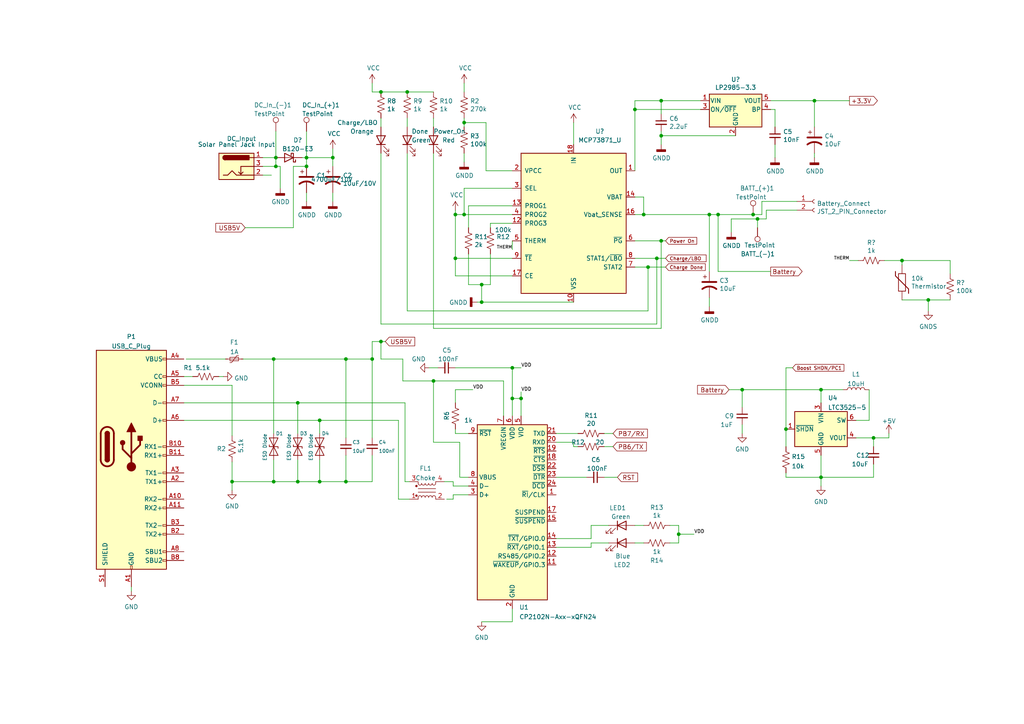
<source format=kicad_sch>
(kicad_sch (version 20210621) (generator eeschema)
  (paper "A4")
  (title_block (company "University of Central Florida") (comment 1 "Randy Alvarez") (comment 2 "Parke Benjamin"))
  (lib_symbols
    (symbol "Battery_Management:MCP73871" (pin_names (offset 1.016))
      (property "Reference" "U" (at -7.62 24.13 0))
      (property "Value" "MCP73871" (at -15.24 21.59 0))
      (symbol "MCP73871_0_1"
        (rectangle (start -15.24 20.32) (end 15.24 -20.32) (stroke (width 0.254)) (fill (type background)))
      )
      (symbol "MCP73871_1_1"
        (pin power_out line (at 17.78 15.24 180) (length 2.54) (name "OUT") (number "1"))
        (pin power_in line (at 0 -22.86 90) (length 2.54) (name "VSS") (number "10"))
        (pin passive line (at 0 -22.86 90) (length 2.54) hide (name "VSS") (number "11"))
        (pin bidirectional line (at -17.78 0 0) (length 2.54) (name "PROG3") (number "12"))
        (pin bidirectional line (at -17.78 5.08 0) (length 2.54) (name "PROG1") (number "13"))
        (pin power_out line (at 17.78 7.62 180) (length 2.54) (name "VBAT") (number "14"))
        (pin passive line (at 17.78 7.62 180) (length 2.54) hide (name "VBAT") (number "15"))
        (pin input line (at 17.78 2.54 180) (length 2.54) (name "Vbat_SENSE") (number "16"))
        (pin input line (at -17.78 -15.24 0) (length 2.54) (name "CE") (number "17"))
        (pin power_in line (at 0 22.86 270) (length 2.54) (name "IN") (number "18"))
        (pin passive line (at 0 22.86 270) (length 2.54) hide (name "IN") (number "19"))
        (pin input line (at -17.78 15.24 0) (length 2.54) (name "VPCC") (number "2"))
        (pin passive line (at 17.78 15.24 180) (length 2.54) hide (name "OUT") (number "20"))
        (pin passive line (at 0 -22.86 90) (length 2.54) hide (name "VSS") (number "21"))
        (pin input line (at -17.78 10.16 0) (length 2.54) (name "SEL") (number "3"))
        (pin input line (at -17.78 2.54 0) (length 2.54) (name "PROG2") (number "4"))
        (pin bidirectional line (at -17.78 -5.08 0) (length 2.54) (name "THERM") (number "5"))
        (pin open_collector line (at 17.78 -5.08 180) (length 2.54) (name "~{PG}") (number "6"))
        (pin open_collector line (at 17.78 -12.7 180) (length 2.54) (name "STAT2") (number "7"))
        (pin open_collector line (at 17.78 -10.16 180) (length 2.54) (name "STAT1/~{LBO}") (number "8"))
        (pin input line (at -17.78 -10.16 0) (length 2.54) (name "~{TE}") (number "9"))
      )
    )
    (symbol "Connector:Barrel_Jack_Switch" (pin_names hide)
      (property "Reference" "J" (at 0 5.334 0))
      (property "Value" "Barrel_Jack_Switch" (at 0 -5.08 0))
      (symbol "Barrel_Jack_Switch_0_1"
        (rectangle (start -5.08 3.81) (end 5.08 -3.81) (stroke (width 0.254)) (fill (type background)))
        (arc (start -3.302 3.175) (mid -3.937 2.54) (end -3.302 1.905) (stroke (width 0.254)))
        (arc (start -3.302 3.175) (mid -3.937 2.54) (end -3.302 1.905) (stroke (width 0.254)) (fill (type outline)))
        (polyline (pts (xy 1.27 -2.286) (xy 1.905 -1.651)) (stroke (width 0.254)))
        (polyline (pts (xy 5.08 2.54) (xy 3.81 2.54)) (stroke (width 0.254)))
        (polyline (pts (xy 5.08 0) (xy 1.27 0) (xy 1.27 -2.286) (xy 0.635 -1.651)) (stroke (width 0.254)))
        (polyline (pts (xy -3.81 -2.54) (xy -2.54 -2.54) (xy -1.27 -1.27) (xy 0 -2.54) (xy 2.54 -2.54) (xy 5.08 -2.54)) (stroke (width 0.254)))
        (rectangle (start 3.683 3.175) (end -3.302 1.905) (stroke (width 0.254)) (fill (type outline)))
      )
      (symbol "Barrel_Jack_Switch_1_1"
        (pin passive line (at 7.62 2.54 180) (length 2.54) (name "~") (number "1"))
        (pin passive line (at 7.62 -2.54 180) (length 2.54) (name "~") (number "2"))
        (pin passive line (at 7.62 0 180) (length 2.54) (name "~") (number "3"))
      )
    )
    (symbol "Connector:Conn_01x02_Female" (pin_names (offset 1.016) hide)
      (property "Reference" "J" (at 0 2.54 0))
      (property "Value" "Conn_01x02_Female" (at 0 -5.08 0))
      (symbol "Conn_01x02_Female_1_1"
        (arc (start 0 -2.032) (mid -0.508 -2.54) (end 0 -3.048) (stroke (width 0.1524)))
        (polyline (pts (xy -1.27 -2.54) (xy -0.508 -2.54)) (stroke (width 0.1524)))
        (polyline (pts (xy -1.27 0) (xy -0.508 0)) (stroke (width 0.1524)))
        (arc (start 0 0.508) (mid -0.508 0) (end 0 -0.508) (stroke (width 0.1524)))
        (pin passive line (at -5.08 0 0) (length 3.81) (name "Pin_1") (number "1"))
        (pin passive line (at -5.08 -2.54 0) (length 3.81) (name "Pin_2") (number "2"))
      )
    )
    (symbol "Connector:TestPoint" (pin_numbers hide) (pin_names (offset 0.762) hide)
      (property "Reference" "TP" (at 0 6.858 0))
      (property "Value" "TestPoint" (at 0 5.08 0))
      (symbol "TestPoint_0_1"
        (circle (center 0 3.302) (radius 0.762))
      )
      (symbol "TestPoint_1_1"
        (pin passive line (at 0 0 90) (length 2.54) (name "1") (number "1"))
      )
    )
    (symbol "Connector:USB_C_Plug" (pin_names (offset 1.016))
      (property "Reference" "P" (at -10.16 29.21 0))
      (property "Value" "USB_C_Plug" (at 10.16 29.21 0))
      (symbol "USB_C_Plug_0_0"
        (rectangle (start -0.254 -35.56) (end 0.254 -34.544))
        (rectangle (start 10.16 -32.766) (end 9.144 -33.274))
        (rectangle (start 10.16 -30.226) (end 9.144 -30.734))
        (rectangle (start 10.16 -25.146) (end 9.144 -25.654))
        (rectangle (start 10.16 -22.606) (end 9.144 -23.114))
        (rectangle (start 10.16 -17.526) (end 9.144 -18.034))
        (rectangle (start 10.16 -14.986) (end 9.144 -15.494))
        (rectangle (start 10.16 -9.906) (end 9.144 -10.414))
        (rectangle (start 10.16 -7.366) (end 9.144 -7.874))
        (rectangle (start 10.16 -2.286) (end 9.144 -2.794))
        (rectangle (start 10.16 0.254) (end 9.144 -0.254))
        (rectangle (start 10.16 7.874) (end 9.144 7.366))
        (rectangle (start 10.16 12.954) (end 9.144 12.446))
        (rectangle (start 10.16 18.034) (end 9.144 17.526))
        (rectangle (start 10.16 20.574) (end 9.144 20.066))
        (rectangle (start 10.16 25.654) (end 9.144 25.146))
      )
      (symbol "USB_C_Plug_0_1"
        (rectangle (start -10.16 27.94) (end 10.16 -35.56) (stroke (width 0.254)) (fill (type background)))
        (arc (start -8.89 -3.81) (mid -6.985 -5.715) (end -5.08 -3.81) (stroke (width 0.508)))
        (arc (start -7.62 -3.81) (mid -6.985 -4.445) (end -6.35 -3.81) (stroke (width 0.254)))
        (arc (start -7.62 -3.81) (mid -6.985 -4.445) (end -6.35 -3.81) (stroke (width 0.254)) (fill (type outline)))
        (rectangle (start -7.62 -3.81) (end -6.35 3.81) (stroke (width 0.254)) (fill (type outline)))
        (arc (start -6.35 3.81) (mid -6.985 4.445) (end -7.62 3.81) (stroke (width 0.254)))
        (arc (start -6.35 3.81) (mid -6.985 4.445) (end -7.62 3.81) (stroke (width 0.254)) (fill (type outline)))
        (arc (start -5.08 3.81) (mid -6.985 5.715) (end -8.89 3.81) (stroke (width 0.508)))
        (polyline (pts (xy -8.89 -3.81) (xy -8.89 3.81)) (stroke (width 0.508)))
        (polyline (pts (xy -5.08 3.81) (xy -5.08 -3.81)) (stroke (width 0.508)))
      )
      (symbol "USB_C_Plug_1_1"
        (circle (center -2.54 1.143) (radius 0.635) (stroke (width 0.254)) (fill (type outline)))
        (circle (center 0 -5.842) (radius 1.27) (fill (type outline)))
        (polyline (pts (xy 0 -5.842) (xy 0 4.318)) (stroke (width 0.508)))
        (polyline (pts (xy 0 -3.302) (xy -2.54 -0.762) (xy -2.54 0.508)) (stroke (width 0.508)))
        (polyline (pts (xy 0 -2.032) (xy 2.54 0.508) (xy 2.54 1.778)) (stroke (width 0.508)))
        (polyline (pts (xy -1.27 4.318) (xy 0 6.858) (xy 1.27 4.318) (xy -1.27 4.318)) (stroke (width 0.254)) (fill (type outline)))
        (rectangle (start 1.905 1.778) (end 3.175 3.048) (stroke (width 0.254)) (fill (type outline)))
        (pin passive line (at 0 -40.64 90) (length 5.08) (name "GND") (number "A1"))
        (pin bidirectional line (at 15.24 -15.24 180) (length 5.08) (name "RX2-") (number "A10"))
        (pin bidirectional line (at 15.24 -17.78 180) (length 5.08) (name "RX2+") (number "A11"))
        (pin passive line (at 0 -40.64 90) (length 5.08) hide (name "GND") (number "A12"))
        (pin bidirectional line (at 15.24 -10.16 180) (length 5.08) (name "TX1+") (number "A2"))
        (pin bidirectional line (at 15.24 -7.62 180) (length 5.08) (name "TX1-") (number "A3"))
        (pin passive line (at 15.24 25.4 180) (length 5.08) (name "VBUS") (number "A4"))
        (pin bidirectional line (at 15.24 20.32 180) (length 5.08) (name "CC") (number "A5"))
        (pin bidirectional line (at 15.24 7.62 180) (length 5.08) (name "D+") (number "A6"))
        (pin bidirectional line (at 15.24 12.7 180) (length 5.08) (name "D-") (number "A7"))
        (pin bidirectional line (at 15.24 -30.48 180) (length 5.08) (name "SBU1") (number "A8"))
        (pin passive line (at 15.24 25.4 180) (length 5.08) hide (name "VBUS") (number "A9"))
        (pin passive line (at 0 -40.64 90) (length 5.08) hide (name "GND") (number "B1"))
        (pin bidirectional line (at 15.24 0 180) (length 5.08) (name "RX1-") (number "B10"))
        (pin bidirectional line (at 15.24 -2.54 180) (length 5.08) (name "RX1+") (number "B11"))
        (pin passive line (at 0 -40.64 90) (length 5.08) hide (name "GND") (number "B12"))
        (pin bidirectional line (at 15.24 -25.4 180) (length 5.08) (name "TX2+") (number "B2"))
        (pin bidirectional line (at 15.24 -22.86 180) (length 5.08) (name "TX2-") (number "B3"))
        (pin passive line (at 15.24 25.4 180) (length 5.08) hide (name "VBUS") (number "B4"))
        (pin bidirectional line (at 15.24 17.78 180) (length 5.08) (name "VCONN") (number "B5"))
        (pin bidirectional line (at 15.24 -33.02 180) (length 5.08) (name "SBU2") (number "B8"))
        (pin passive line (at 15.24 25.4 180) (length 5.08) hide (name "VBUS") (number "B9"))
        (pin passive line (at -7.62 -40.64 90) (length 5.08) (name "SHIELD") (number "S1"))
      )
    )
    (symbol "Device:CP1" (pin_numbers hide) (pin_names (offset 0.254) hide)
      (property "Reference" "C" (at 0.635 2.54 0))
      (property "Value" "CP1" (at 0.635 -2.54 0))
      (symbol "CP1_0_1"
        (polyline (pts (xy -2.032 0.762) (xy 2.032 0.762)) (stroke (width 0.508)))
        (polyline (pts (xy -1.778 2.286) (xy -0.762 2.286)))
        (polyline (pts (xy -1.27 1.778) (xy -1.27 2.794)))
        (arc (start 2.032 -1.27) (mid 0 -0.5572) (end -2.032 -1.27) (stroke (width 0.508)))
      )
      (symbol "CP1_1_1"
        (pin passive line (at 0 3.81 270) (length 2.794) (name "~") (number "1"))
        (pin passive line (at 0 -3.81 90) (length 3.302) (name "~") (number "2"))
      )
    )
    (symbol "Device:C_Small" (pin_numbers hide) (pin_names (offset 0.254) hide)
      (property "Reference" "C" (at 0.254 1.778 0))
      (property "Value" "C_Small" (at 0.254 -2.032 0))
      (symbol "C_Small_0_1"
        (polyline (pts (xy -1.524 -0.508) (xy 1.524 -0.508)) (stroke (width 0.3302)))
        (polyline (pts (xy -1.524 0.508) (xy 1.524 0.508)) (stroke (width 0.3048)))
      )
      (symbol "C_Small_1_1"
        (pin passive line (at 0 2.54 270) (length 2.032) (name "~") (number "1"))
        (pin passive line (at 0 -2.54 90) (length 2.032) (name "~") (number "2"))
      )
    )
    (symbol "Device:Filter_EMI_CommonMode" (pin_names (offset 0.254) hide)
      (property "Reference" "FL" (at 0 4.445 0))
      (property "Value" "Filter_EMI_CommonMode" (at 0 -4.445 0))
      (symbol "Filter_EMI_CommonMode_0_1"
        (circle (center -3.048 -1.27) (radius 0.254) (fill (type outline)))
        (circle (center -3.048 1.524) (radius 0.254) (fill (type outline)))
        (arc (start -2.54 2.032) (mid -2.032 1.524) (end -1.524 2.032))
        (arc (start -1.524 -2.032) (mid -2.032 -1.524) (end -2.54 -2.032))
        (arc (start -1.524 2.032) (mid -1.016 1.524) (end -0.508 2.032))
        (arc (start -0.508 -2.032) (mid -1.016 -1.524) (end -1.524 -2.032))
        (arc (start -0.508 2.032) (mid 0 1.524) (end 0.508 2.032))
        (polyline (pts (xy -2.54 -2.032) (xy -2.54 -2.54)))
        (polyline (pts (xy -2.54 0.508) (xy 2.54 0.508)))
        (polyline (pts (xy -2.54 2.032) (xy -2.54 2.54)))
        (polyline (pts (xy 2.54 -2.032) (xy 2.54 -2.54)))
        (polyline (pts (xy 2.54 -0.508) (xy -2.54 -0.508)))
        (polyline (pts (xy 2.54 2.54) (xy 2.54 2.032)))
        (arc (start 0.508 -2.032) (mid 0 -1.524) (end -0.508 -2.032))
        (arc (start 0.508 2.032) (mid 1.016 1.524) (end 1.524 2.032))
        (arc (start 1.524 -2.032) (mid 1.016 -1.524) (end 0.508 -2.032))
        (arc (start 1.524 2.032) (mid 2.032 1.524) (end 2.54 2.032))
        (arc (start 2.54 -2.032) (mid 2.032 -1.524) (end 1.524 -2.032))
      )
      (symbol "Filter_EMI_CommonMode_1_1"
        (pin passive line (at -5.08 2.54 0) (length 2.54) (name "1") (number "1"))
        (pin passive line (at 5.08 2.54 180) (length 2.54) (name "2") (number "2"))
        (pin passive line (at -5.08 -2.54 0) (length 2.54) (name "3") (number "3"))
        (pin passive line (at 5.08 -2.54 180) (length 2.54) (name "4") (number "4"))
      )
    )
    (symbol "Device:L" (pin_numbers hide) (pin_names (offset 1.016) hide)
      (property "Reference" "L" (at -1.27 0 90))
      (property "Value" "L" (at 1.905 0 90))
      (symbol "L_0_1"
        (arc (start 0 -2.54) (mid 0.635 -1.905) (end 0 -1.27))
        (arc (start 0 -1.27) (mid 0.635 -0.635) (end 0 0))
        (arc (start 0 0) (mid 0.635 0.635) (end 0 1.27))
        (arc (start 0 1.27) (mid 0.635 1.905) (end 0 2.54))
      )
      (symbol "L_1_1"
        (pin passive line (at 0 3.81 270) (length 1.27) (name "1") (number "1"))
        (pin passive line (at 0 -3.81 90) (length 1.27) (name "2") (number "2"))
      )
    )
    (symbol "Device:LED" (pin_numbers hide) (pin_names (offset 1.016) hide)
      (property "Reference" "D" (at 0 2.54 0))
      (property "Value" "LED" (at 0 -2.54 0))
      (symbol "LED_0_1"
        (polyline (pts (xy -1.27 -1.27) (xy -1.27 1.27)) (stroke (width 0.254)))
        (polyline (pts (xy -1.27 0) (xy 1.27 0)))
        (polyline (pts (xy 1.27 -1.27) (xy 1.27 1.27) (xy -1.27 0) (xy 1.27 -1.27)) (stroke (width 0.254)))
        (polyline (pts (xy -3.048 -0.762) (xy -4.572 -2.286) (xy -3.81 -2.286) (xy -4.572 -2.286) (xy -4.572 -1.524)))
        (polyline (pts (xy -1.778 -0.762) (xy -3.302 -2.286) (xy -2.54 -2.286) (xy -3.302 -2.286) (xy -3.302 -1.524)))
      )
      (symbol "LED_1_1"
        (pin passive line (at -3.81 0 0) (length 2.54) (name "K") (number "1"))
        (pin passive line (at 3.81 0 180) (length 2.54) (name "A") (number "2"))
      )
    )
    (symbol "Device:Polyfuse_Small" (pin_numbers hide) (pin_names (offset 0))
      (property "Reference" "F" (at -1.905 0 90))
      (property "Value" "Polyfuse_Small" (at 1.905 0 90))
      (symbol "Polyfuse_Small_0_1"
        (rectangle (start -0.508 1.27) (end 0.508 -1.27))
        (polyline (pts (xy 0 2.54) (xy 0 -2.54)))
        (polyline (pts (xy -1.016 1.27) (xy -1.016 0.762) (xy 1.016 -0.762) (xy 1.016 -1.27)))
      )
      (symbol "Polyfuse_Small_1_1"
        (pin passive line (at 0 2.54 270) (length 0.635) (name "~") (number "1"))
        (pin passive line (at 0 -2.54 90) (length 0.635) (name "~") (number "2"))
      )
    )
    (symbol "Device:R_US" (pin_numbers hide) (pin_names (offset 0))
      (property "Reference" "R" (at 2.54 0 90))
      (property "Value" "R_US" (at -2.54 0 90))
      (symbol "R_US_0_1"
        (polyline (pts (xy 0 -2.286) (xy 0 -2.54)))
        (polyline (pts (xy 0 2.286) (xy 0 2.54)))
        (polyline (pts (xy 0 -0.762) (xy 1.016 -1.143) (xy 0 -1.524) (xy -1.016 -1.905) (xy 0 -2.286)))
        (polyline (pts (xy 0 0.762) (xy 1.016 0.381) (xy 0 0) (xy -1.016 -0.381) (xy 0 -0.762)))
        (polyline (pts (xy 0 2.286) (xy 1.016 1.905) (xy 0 1.524) (xy -1.016 1.143) (xy 0 0.762)))
      )
      (symbol "R_US_1_1"
        (pin passive line (at 0 3.81 270) (length 1.27) (name "~") (number "1"))
        (pin passive line (at 0 -3.81 90) (length 1.27) (name "~") (number "2"))
      )
    )
    (symbol "Device:Thermistor" (pin_numbers hide) (pin_names (offset 0))
      (property "Reference" "TH" (at 2.54 1.27 90))
      (property "Value" "Thermistor" (at -2.54 0 90))
      (symbol "Thermistor_0_1"
        (rectangle (start -1.016 2.54) (end 1.016 -2.54) (stroke (width 0.2032)))
        (polyline (pts (xy -1.905 3.175) (xy -1.905 1.905) (xy 1.905 -1.905) (xy 1.905 -3.175) (xy 1.905 -3.175)) (stroke (width 0.254)))
      )
      (symbol "Thermistor_1_1"
        (pin passive line (at 0 5.08 270) (length 2.54) (name "~") (number "1"))
        (pin passive line (at 0 -5.08 90) (length 2.54) (name "~") (number "2"))
      )
    )
    (symbol "Diode:B120-E3" (pin_numbers hide) (pin_names hide)
      (property "Reference" "D" (at 0 2.54 0))
      (property "Value" "B120-E3" (at 0 -2.54 0))
      (symbol "B120-E3_0_1"
        (polyline (pts (xy 1.27 0) (xy -1.27 0)))
        (polyline (pts (xy 1.27 1.27) (xy 1.27 -1.27) (xy -1.27 0) (xy 1.27 1.27)) (stroke (width 0.254)))
        (polyline (pts (xy -1.905 0.635) (xy -1.905 1.27) (xy -1.27 1.27) (xy -1.27 -1.27) (xy -0.635 -1.27) (xy -0.635 -0.635)) (stroke (width 0.254)))
      )
      (symbol "B120-E3_1_1"
        (pin passive line (at -3.81 0 0) (length 2.54) (name "K") (number "1"))
        (pin passive line (at 3.81 0 180) (length 2.54) (name "A") (number "2"))
      )
    )
    (symbol "Diode:ESD9B3.3ST5G" (pin_numbers hide) (pin_names (offset 1.016) hide)
      (property "Reference" "D" (at 0 2.54 0))
      (property "Value" "ESD9B3.3ST5G" (at 0 -2.54 0))
      (symbol "ESD9B3.3ST5G_0_1"
        (polyline (pts (xy 1.27 0) (xy -1.27 0)))
        (polyline (pts (xy -2.54 -1.27) (xy 0 0) (xy -2.54 1.27) (xy -2.54 -1.27)) (stroke (width 0.2032)))
        (polyline (pts (xy 0.508 1.27) (xy 0 1.27) (xy 0 -1.27) (xy -0.508 -1.27)) (stroke (width 0.2032)))
        (polyline (pts (xy 2.54 1.27) (xy 2.54 -1.27) (xy 0 0) (xy 2.54 1.27)) (stroke (width 0.2032)))
      )
      (symbol "ESD9B3.3ST5G_1_1"
        (pin passive line (at -3.81 0 0) (length 2.54) (name "A1") (number "1"))
        (pin passive line (at 3.81 0 180) (length 2.54) (name "A2") (number "2"))
      )
    )
    (symbol "Interface_USB:CP2102N-Axx-xQFN24"
      (property "Reference" "U" (at -8.89 26.67 0))
      (property "Value" "CP2102N-Axx-xQFN24" (at 13.97 26.67 0))
      (symbol "CP2102N-Axx-xQFN24_0_1"
        (rectangle (start -10.16 25.4) (end 10.16 -25.4) (stroke (width 0.254)) (fill (type background)))
      )
      (symbol "CP2102N-Axx-xQFN24_1_1"
        (pin bidirectional line (at 12.7 5.08 180) (length 2.54) (name "~{RI}/CLK") (number "1"))
        (pin no_connect line (at -10.16 -22.86 0) (length 2.54) hide (name "NC") (number "10"))
        (pin bidirectional line (at 12.7 -15.24 180) (length 2.54) (name "~{WAKEUP}/GPIO.3") (number "11"))
        (pin bidirectional line (at 12.7 -12.7 180) (length 2.54) (name "RS485/GPIO.2") (number "12"))
        (pin bidirectional line (at 12.7 -10.16 180) (length 2.54) (name "~{RXT}/GPIO.1") (number "13"))
        (pin bidirectional line (at 12.7 -7.62 180) (length 2.54) (name "~{TXT}/GPIO.0") (number "14"))
        (pin output line (at 12.7 -2.54 180) (length 2.54) (name "~{SUSPEND}") (number "15"))
        (pin no_connect line (at 10.16 -22.86 180) (length 2.54) hide (name "NC") (number "16"))
        (pin output line (at 12.7 0 180) (length 2.54) (name "SUSPEND") (number "17"))
        (pin input line (at 12.7 15.24 180) (length 2.54) (name "~{CTS}") (number "18"))
        (pin output line (at 12.7 17.78 180) (length 2.54) (name "~{RTS}") (number "19"))
        (pin power_in line (at 0 -27.94 90) (length 2.54) (name "GND") (number "2"))
        (pin input line (at 12.7 20.32 180) (length 2.54) (name "RXD") (number "20"))
        (pin output line (at 12.7 22.86 180) (length 2.54) (name "TXD") (number "21"))
        (pin input line (at 12.7 12.7 180) (length 2.54) (name "~{DSR}") (number "22"))
        (pin output line (at 12.7 10.16 180) (length 2.54) (name "~{DTR}") (number "23"))
        (pin input line (at 12.7 7.62 180) (length 2.54) (name "~{DCD}") (number "24"))
        (pin passive line (at 0 -27.94 90) (length 2.54) hide (name "GND") (number "25"))
        (pin bidirectional line (at -12.7 5.08 0) (length 2.54) (name "D+") (number "3"))
        (pin bidirectional line (at -12.7 7.62 0) (length 2.54) (name "D-") (number "4"))
        (pin power_in line (at 2.54 27.94 270) (length 2.54) (name "VIO") (number "5"))
        (pin power_in line (at 0 27.94 270) (length 2.54) (name "VDD") (number "6"))
        (pin power_in line (at -2.54 27.94 270) (length 2.54) (name "VREGIN") (number "7"))
        (pin input line (at -12.7 10.16 0) (length 2.54) (name "VBUS") (number "8"))
        (pin input line (at -12.7 22.86 0) (length 2.54) (name "~{RST}") (number "9"))
      )
    )
    (symbol "Regulator_Linear:LP2985-3.3" (pin_names (offset 0.254))
      (property "Reference" "U" (at -6.35 5.715 0))
      (property "Value" "LP2985-3.3" (at 0 5.715 0))
      (symbol "LP2985-3.3_0_1"
        (rectangle (start -7.62 -5.08) (end 7.62 4.445) (stroke (width 0.254)) (fill (type background)))
      )
      (symbol "LP2985-3.3_1_1"
        (pin power_in line (at -10.16 2.54 0) (length 2.54) (name "VIN") (number "1"))
        (pin power_in line (at 0 -7.62 90) (length 2.54) (name "GND") (number "2"))
        (pin input line (at -10.16 0 0) (length 2.54) (name "ON/~{OFF}") (number "3"))
        (pin input line (at 10.16 0 180) (length 2.54) (name "BP") (number "4"))
        (pin power_out line (at 10.16 2.54 180) (length 2.54) (name "VOUT") (number "5"))
      )
    )
    (symbol "Regulator_Switching:LTC3525-5" (pin_names (offset 0.254))
      (property "Reference" "U" (at -6.35 6.35 0))
      (property "Value" "LTC3525-5" (at 1.27 6.35 0))
      (symbol "LTC3525-5_0_1"
        (rectangle (start -7.62 5.08) (end 7.62 -5.08) (stroke (width 0.254)) (fill (type background)))
      )
      (symbol "LTC3525-5_1_1"
        (pin input line (at -10.16 0 0) (length 2.54) (name "~{SHDN}") (number "1"))
        (pin passive line (at 0 -7.62 90) (length 2.54) hide (name "GND") (number "2"))
        (pin power_in line (at 0 7.62 270) (length 2.54) (name "VIN") (number "3"))
        (pin power_out line (at 10.16 -2.54 180) (length 2.54) (name "VOUT") (number "4"))
        (pin power_in line (at 0 -7.62 90) (length 2.54) (name "GND") (number "5"))
        (pin input line (at 10.16 2.54 180) (length 2.54) (name "SW") (number "6"))
      )
    )
    (symbol "power:+5V" (power) (pin_names (offset 0))
      (property "Value" "+5V" (at 0 3.556 0))
      (symbol "+5V_0_1"
        (polyline (pts (xy -0.762 1.27) (xy 0 2.54)))
        (polyline (pts (xy 0 0) (xy 0 2.54)))
        (polyline (pts (xy 0 2.54) (xy 0.762 1.27)))
      )
      (symbol "+5V_1_1"
        (pin power_in line (at 0 0 90) (length 0) hide (name "+5V") (number "1"))
      )
    )
    (symbol "power:GND" (power) (pin_names (offset 0))
      (property "Value" "GND" (at 0 -3.81 0))
      (symbol "GND_0_1"
        (polyline (pts (xy 0 0) (xy 0 -1.27) (xy 1.27 -1.27) (xy 0 -2.54) (xy -1.27 -1.27) (xy 0 -1.27)))
      )
      (symbol "GND_1_1"
        (pin power_in line (at 0 0 270) (length 0) hide (name "GND") (number "1"))
      )
    )
    (symbol "power:GNDD" (power) (pin_names (offset 0))
      (property "Value" "GNDD" (at 0 -3.175 0))
      (symbol "GNDD_0_1"
        (rectangle (start -1.27 -1.524) (end 1.27 -2.032) (stroke (width 0.254)) (fill (type outline)))
        (polyline (pts (xy 0 0) (xy 0 -1.524)))
      )
      (symbol "GNDD_1_1"
        (pin power_in line (at 0 0 270) (length 0) hide (name "GNDD") (number "1"))
      )
    )
    (symbol "power:GNDS" (power) (pin_names (offset 0))
      (property "Value" "GNDS" (at 0 -3.81 0))
      (symbol "GNDS_0_1"
        (polyline (pts (xy 0 0) (xy 0 -1.27) (xy 1.27 -1.27) (xy 0 -2.54) (xy -1.27 -1.27) (xy 0 -1.27)))
      )
      (symbol "GNDS_1_1"
        (pin power_in line (at 0 0 270) (length 0) hide (name "GNDS") (number "1"))
      )
    )
    (symbol "power:VCC" (power) (pin_names (offset 0))
      (property "Value" "VCC" (at 0 3.81 0))
      (symbol "VCC_0_1"
        (polyline (pts (xy -0.762 1.27) (xy 0 2.54)))
        (polyline (pts (xy 0 0) (xy 0 2.54)))
        (polyline (pts (xy 0 2.54) (xy 0.762 1.27)))
      )
      (symbol "VCC_1_1"
        (pin power_in line (at 0 0 90) (length 0) hide (name "VCC") (number "1"))
      )
    )
  )
  (junction (at 191.77 29.21))
  (junction (at 92.71 121.92))
  (junction (at 148.59 106.68))
  (junction (at 139.7 82.55))
  (junction (at 184.15 31.75))
  (junction (at 139.7 87.63))
  (junction (at 215.265 113.03))
  (junction (at 148.59 115.57))
  (junction (at 205.74 62.23))
  (junction (at 196.85 154.94))
  (junction (at 238.125 138.43))
  (junction (at 132.08 74.93))
  (junction (at 191.77 69.85))
  (junction (at 88.9 48.26))
  (junction (at 134.62 35.56))
  (junction (at 125.73 110.49))
  (junction (at 100.33 104.14))
  (junction (at 227.965 124.46))
  (junction (at 88.9 45.72))
  (junction (at 110.49 99.06))
  (junction (at 191.77 39.37))
  (junction (at 269.24 86.995))
  (junction (at 134.62 62.23))
  (junction (at 118.11 26.67))
  (junction (at 261.62 75.565))
  (junction (at 190.5 74.93))
  (junction (at 107.95 104.14))
  (junction (at 238.125 113.03))
  (junction (at 218.44 62.23))
  (junction (at 132.08 62.23))
  (junction (at 253.365 127))
  (junction (at 151.13 115.57))
  (junction (at 86.36 139.7))
  (junction (at 219.71 63.5))
  (junction (at 186.69 62.23))
  (junction (at 67.31 139.7))
  (junction (at 80.01 48.26))
  (junction (at 187.96 77.47))
  (junction (at 110.49 26.67))
  (junction (at 79.375 104.14))
  (junction (at 80.01 45.72))
  (junction (at 86.36 116.84))
  (junction (at 79.375 139.7))
  (junction (at 236.22 29.21))
  (junction (at 100.33 139.7))
  (junction (at 208.28 62.23))
  (junction (at 92.71 139.7))
  (junction (at 96.52 45.72))
  (wire (pts (xy 67.31 139.7) (xy 79.375 139.7)))
  (wire (pts (xy 86.36 139.7) (xy 92.71 139.7)))
  (wire (pts (xy 79.375 139.7) (xy 86.36 139.7)))
  (wire (pts (xy 78.74 50.8) (xy 76.2 50.8)))
  (wire (pts (xy 252.095 113.03) (xy 252.095 121.92)))
  (wire (pts (xy 135.89 59.69) (xy 135.89 66.04)))
  (wire (pts (xy 187.96 77.47) (xy 193.04 77.47)))
  (wire (pts (xy 140.97 35.56) (xy 134.62 35.56)))
  (wire (pts (xy 53.34 109.22) (xy 55.88 109.22)))
  (wire (pts (xy 161.29 125.73) (xy 167.64 125.73)))
  (wire (pts (xy 67.31 139.7) (xy 67.31 142.24)))
  (wire (pts (xy 116.84 110.49) (xy 125.73 110.49)))
  (wire (pts (xy 116.84 104.14) (xy 116.84 110.49)))
  (wire (pts (xy 275.59 86.995) (xy 269.24 86.995)))
  (wire (pts (xy 176.53 157.48) (xy 171.45 157.48)))
  (wire (pts (xy 171.45 158.75) (xy 161.29 158.75)))
  (wire (pts (xy 171.45 157.48) (xy 171.45 158.75)))
  (wire (pts (xy 86.36 125.73) (xy 86.36 116.84)))
  (wire (pts (xy 118.11 90.17) (xy 187.96 90.17)))
  (wire (pts (xy 175.26 129.54) (xy 177.8 129.54)))
  (wire (pts (xy 236.22 29.21) (xy 223.52 29.21)))
  (wire (pts (xy 275.59 79.375) (xy 275.59 75.565)))
  (wire (pts (xy 184.15 69.85) (xy 191.77 69.85)))
  (wire (pts (xy 110.49 36.83) (xy 110.49 34.29)))
  (wire (pts (xy 203.2 31.75) (xy 184.15 31.75)))
  (wire (pts (xy 96.52 43.18) (xy 96.52 45.72)))
  (wire (pts (xy 79.375 104.14) (xy 79.375 125.73)))
  (wire (pts (xy 133.35 128.27) (xy 133.35 138.43)))
  (wire (pts (xy 133.35 138.43) (xy 135.89 138.43)))
  (wire (pts (xy 190.5 93.98) (xy 110.49 93.98)))
  (wire (pts (xy 107.95 132.08) (xy 107.95 139.7)))
  (wire (pts (xy 53.34 116.84) (xy 86.36 116.84)))
  (wire (pts (xy 132.08 113.03) (xy 137.16 113.03)))
  (wire (pts (xy 132.08 124.46) (xy 132.08 125.73)))
  (wire (pts (xy 132.08 125.73) (xy 135.89 125.73)))
  (wire (pts (xy 184.15 31.75) (xy 184.15 49.53)))
  (wire (pts (xy 139.7 82.55) (xy 142.24 82.55)))
  (wire (pts (xy 175.26 138.43) (xy 179.07 138.43)))
  (wire (pts (xy 148.59 106.68) (xy 151.13 106.68)))
  (wire (pts (xy 81.28 48.26) (xy 81.28 54.61)))
  (wire (pts (xy 253.365 127) (xy 257.81 127)))
  (wire (pts (xy 191.77 69.85) (xy 193.04 69.85)))
  (wire (pts (xy 191.77 69.85) (xy 191.77 95.25)))
  (wire (pts (xy 148.59 80.01) (xy 132.08 80.01)))
  (wire (pts (xy 117.475 139.7) (xy 117.475 116.84)))
  (wire (pts (xy 117.475 116.84) (xy 86.36 116.84)))
  (wire (pts (xy 118.745 139.7) (xy 117.475 139.7)))
  (wire (pts (xy 134.62 36.83) (xy 134.62 35.56)))
  (wire (pts (xy 161.29 138.43) (xy 170.18 138.43)))
  (wire (pts (xy 246.38 75.565) (xy 248.92 75.565)))
  (wire (pts (xy 227.965 106.68) (xy 227.965 124.46)))
  (wire (pts (xy 139.7 87.63) (xy 166.37 87.63)))
  (wire (pts (xy 196.85 154.94) (xy 201.295 154.94)))
  (wire (pts (xy 38.1 170.18) (xy 38.1 171.45)))
  (wire (pts (xy 187.96 77.47) (xy 184.15 77.47)))
  (wire (pts (xy 76.2 48.26) (xy 80.01 48.26)))
  (wire (pts (xy 80.01 48.26) (xy 81.28 48.26)))
  (wire (pts (xy 229.87 106.68) (xy 227.965 106.68)))
  (wire (pts (xy 220.98 62.23) (xy 220.98 58.42)))
  (wire (pts (xy 220.98 58.42) (xy 231.14 58.42)))
  (wire (pts (xy 218.44 62.23) (xy 220.98 62.23)))
  (wire (pts (xy 208.28 62.23) (xy 218.44 62.23)))
  (wire (pts (xy 205.74 62.23) (xy 208.28 62.23)))
  (wire (pts (xy 236.22 29.21) (xy 236.22 36.83)))
  (wire (pts (xy 100.33 132.08) (xy 100.33 139.7)))
  (wire (pts (xy 190.5 74.93) (xy 193.04 74.93)))
  (wire (pts (xy 236.22 45.72) (xy 236.22 44.45)))
  (wire (pts (xy 252.095 121.92) (xy 248.285 121.92)))
  (wire (pts (xy 63.5 109.22) (xy 64.77 109.22)))
  (wire (pts (xy 134.62 62.23) (xy 132.08 62.23)))
  (wire (pts (xy 148.59 62.23) (xy 134.62 62.23)))
  (wire (pts (xy 107.95 99.06) (xy 107.95 104.14)))
  (wire (pts (xy 110.49 99.06) (xy 107.95 99.06)))
  (wire (pts (xy 111.76 99.06) (xy 110.49 99.06)))
  (wire (pts (xy 85.09 48.26) (xy 88.9 48.26)))
  (wire (pts (xy 236.22 29.21) (xy 246.38 29.21)))
  (wire (pts (xy 219.71 63.5) (xy 219.71 66.04)))
  (wire (pts (xy 148.59 49.53) (xy 140.97 49.53)))
  (wire (pts (xy 257.81 125.73) (xy 257.81 127)))
  (wire (pts (xy 191.77 95.25) (xy 125.73 95.25)))
  (wire (pts (xy 194.31 152.4) (xy 196.85 152.4)))
  (wire (pts (xy 196.85 157.48) (xy 194.31 157.48)))
  (wire (pts (xy 196.85 152.4) (xy 196.85 154.94)))
  (wire (pts (xy 196.85 154.94) (xy 196.85 157.48)))
  (wire (pts (xy 212.09 63.5) (xy 212.09 67.31)))
  (wire (pts (xy 134.62 35.56) (xy 134.62 34.29)))
  (wire (pts (xy 88.9 58.42) (xy 88.9 55.88)))
  (wire (pts (xy 100.33 104.14) (xy 100.33 127)))
  (wire (pts (xy 124.46 106.68) (xy 127 106.68)))
  (wire (pts (xy 125.73 128.27) (xy 133.35 128.27)))
  (wire (pts (xy 125.73 110.49) (xy 125.73 128.27)))
  (wire (pts (xy 92.71 125.73) (xy 92.71 121.92)))
  (wire (pts (xy 261.62 75.565) (xy 261.62 76.835)))
  (wire (pts (xy 53.34 111.76) (xy 67.31 111.76)))
  (wire (pts (xy 92.71 133.35) (xy 92.71 139.7)))
  (wire (pts (xy 148.59 74.93) (xy 132.08 74.93)))
  (wire (pts (xy 191.77 29.21) (xy 184.15 29.21)))
  (wire (pts (xy 76.2 45.72) (xy 80.01 45.72)))
  (wire (pts (xy 125.73 95.25) (xy 125.73 44.45)))
  (wire (pts (xy 135.89 73.66) (xy 135.89 82.55)))
  (wire (pts (xy 184.15 29.21) (xy 184.15 31.75)))
  (wire (pts (xy 184.15 62.23) (xy 186.69 62.23)))
  (wire (pts (xy 223.52 31.75) (xy 224.79 31.75)))
  (wire (pts (xy 139.7 180.34) (xy 148.59 180.34)))
  (wire (pts (xy 148.59 180.34) (xy 148.59 176.53)))
  (wire (pts (xy 88.9 45.72) (xy 87.63 45.72)))
  (wire (pts (xy 118.11 26.67) (xy 125.73 26.67)))
  (wire (pts (xy 110.49 93.98) (xy 110.49 44.45)))
  (wire (pts (xy 191.77 41.91) (xy 191.77 39.37)))
  (wire (pts (xy 53.34 121.92) (xy 92.71 121.92)))
  (wire (pts (xy 132.08 74.93) (xy 132.08 62.23)))
  (wire (pts (xy 85.09 48.26) (xy 85.09 66.04)))
  (wire (pts (xy 85.09 66.04) (xy 71.12 66.04)))
  (wire (pts (xy 110.49 104.14) (xy 110.49 99.06)))
  (wire (pts (xy 116.84 104.14) (xy 110.49 104.14)))
  (wire (pts (xy 134.62 24.13) (xy 134.62 26.67)))
  (wire (pts (xy 142.24 73.66) (xy 142.24 82.55)))
  (wire (pts (xy 148.59 115.57) (xy 148.59 120.65)))
  (wire (pts (xy 148.59 106.68) (xy 132.08 106.68)))
  (wire (pts (xy 148.59 106.68) (xy 148.59 115.57)))
  (wire (pts (xy 107.95 24.13) (xy 107.95 26.67)))
  (wire (pts (xy 191.77 29.21) (xy 191.77 33.02)))
  (wire (pts (xy 135.89 82.55) (xy 139.7 82.55)))
  (wire (pts (xy 253.365 134.62) (xy 253.365 138.43)))
  (wire (pts (xy 184.15 152.4) (xy 186.69 152.4)))
  (wire (pts (xy 186.69 157.48) (xy 184.15 157.48)))
  (wire (pts (xy 100.33 139.7) (xy 107.95 139.7)))
  (wire (pts (xy 92.71 139.7) (xy 100.33 139.7)))
  (wire (pts (xy 191.77 39.37) (xy 213.36 39.37)))
  (wire (pts (xy 253.365 127) (xy 253.365 129.54)))
  (wire (pts (xy 110.49 26.67) (xy 118.11 26.67)))
  (wire (pts (xy 139.7 82.55) (xy 139.7 87.63)))
  (wire (pts (xy 166.37 41.91) (xy 166.37 35.56)))
  (wire (pts (xy 224.79 45.72) (xy 224.79 41.91)))
  (wire (pts (xy 148.59 69.85) (xy 148.59 72.39)))
  (wire (pts (xy 53.975 104.14) (xy 65.405 104.14)))
  (wire (pts (xy 269.24 86.995) (xy 269.24 90.17)))
  (wire (pts (xy 275.59 75.565) (xy 261.62 75.565)))
  (wire (pts (xy 244.475 113.03) (xy 238.125 113.03)))
  (wire (pts (xy 205.74 86.36) (xy 205.74 88.9)))
  (wire (pts (xy 140.97 49.53) (xy 140.97 35.56)))
  (wire (pts (xy 115.57 121.92) (xy 92.71 121.92)))
  (wire (pts (xy 118.745 144.78) (xy 115.57 144.78)))
  (wire (pts (xy 115.57 144.78) (xy 115.57 121.92)))
  (wire (pts (xy 167.64 129.54) (xy 166.37 129.54)))
  (wire (pts (xy 166.37 129.54) (xy 166.37 128.27)))
  (wire (pts (xy 166.37 128.27) (xy 161.29 128.27)))
  (wire (pts (xy 253.365 138.43) (xy 238.125 138.43)))
  (wire (pts (xy 132.08 113.03) (xy 132.08 116.84)))
  (wire (pts (xy 134.62 44.45) (xy 134.62 46.99)))
  (wire (pts (xy 125.73 36.83) (xy 125.73 34.29)))
  (wire (pts (xy 224.79 31.75) (xy 224.79 36.83)))
  (wire (pts (xy 238.125 113.03) (xy 238.125 116.84)))
  (wire (pts (xy 132.08 80.01) (xy 132.08 74.93)))
  (wire (pts (xy 227.965 138.43) (xy 238.125 138.43)))
  (wire (pts (xy 128.905 139.7) (xy 131.445 139.7)))
  (wire (pts (xy 131.445 139.7) (xy 131.445 140.97)))
  (wire (pts (xy 131.445 140.97) (xy 135.89 140.97)))
  (wire (pts (xy 86.36 133.35) (xy 86.36 139.7)))
  (wire (pts (xy 261.62 86.995) (xy 269.24 86.995)))
  (wire (pts (xy 107.95 104.14) (xy 107.95 127)))
  (wire (pts (xy 256.54 75.565) (xy 261.62 75.565)))
  (wire (pts (xy 146.05 120.65) (xy 146.05 110.49)))
  (wire (pts (xy 125.73 110.49) (xy 146.05 110.49)))
  (wire (pts (xy 248.285 127) (xy 253.365 127)))
  (wire (pts (xy 171.45 152.4) (xy 171.45 156.21)))
  (wire (pts (xy 171.45 156.21) (xy 161.29 156.21)))
  (wire (pts (xy 176.53 152.4) (xy 171.45 152.4)))
  (wire (pts (xy 227.965 137.16) (xy 227.965 138.43)))
  (wire (pts (xy 205.74 62.23) (xy 205.74 78.74)))
  (wire (pts (xy 238.125 138.43) (xy 238.125 140.97)))
  (wire (pts (xy 211.455 113.03) (xy 215.265 113.03)))
  (wire (pts (xy 132.08 62.23) (xy 132.08 60.96)))
  (wire (pts (xy 215.265 123.19) (xy 215.265 125.73)))
  (wire (pts (xy 79.375 104.14) (xy 100.33 104.14)))
  (wire (pts (xy 70.485 104.14) (xy 79.375 104.14)))
  (wire (pts (xy 184.15 74.93) (xy 190.5 74.93)))
  (wire (pts (xy 138.43 87.63) (xy 139.7 87.63)))
  (wire (pts (xy 238.125 132.08) (xy 238.125 138.43)))
  (wire (pts (xy 118.11 44.45) (xy 118.11 90.17)))
  (wire (pts (xy 151.13 120.65) (xy 151.13 115.57)))
  (wire (pts (xy 151.13 115.57) (xy 148.59 115.57)))
  (wire (pts (xy 191.77 39.37) (xy 191.77 38.1)))
  (wire (pts (xy 223.52 78.74) (xy 208.28 78.74)))
  (wire (pts (xy 208.28 78.74) (xy 208.28 62.23)))
  (wire (pts (xy 227.965 124.46) (xy 227.965 129.54)))
  (wire (pts (xy 79.375 133.35) (xy 79.375 139.7)))
  (wire (pts (xy 134.62 54.61) (xy 134.62 62.23)))
  (wire (pts (xy 148.59 54.61) (xy 134.62 54.61)))
  (wire (pts (xy 148.59 59.69) (xy 135.89 59.69)))
  (wire (pts (xy 118.11 36.83) (xy 118.11 34.29)))
  (wire (pts (xy 107.95 104.14) (xy 100.33 104.14)))
  (wire (pts (xy 88.9 45.72) (xy 96.52 45.72)))
  (wire (pts (xy 186.69 62.23) (xy 205.74 62.23)))
  (wire (pts (xy 88.9 48.26) (xy 88.9 45.72)))
  (wire (pts (xy 215.265 113.03) (xy 238.125 113.03)))
  (wire (pts (xy 107.95 26.67) (xy 110.49 26.67)))
  (wire (pts (xy 67.31 111.76) (xy 67.31 126.365)))
  (wire (pts (xy 142.24 64.77) (xy 142.24 66.04)))
  (wire (pts (xy 222.25 63.5) (xy 222.25 60.96)))
  (wire (pts (xy 219.71 63.5) (xy 222.25 63.5)))
  (wire (pts (xy 212.09 63.5) (xy 219.71 63.5)))
  (wire (pts (xy 184.15 57.15) (xy 186.69 57.15)))
  (wire (pts (xy 80.01 45.72) (xy 80.01 48.26)))
  (wire (pts (xy 80.01 38.1) (xy 80.01 45.72)))
  (wire (pts (xy 175.26 125.73) (xy 177.8 125.73)))
  (wire (pts (xy 203.2 29.21) (xy 191.77 29.21)))
  (wire (pts (xy 129.54 144.78) (xy 131.445 144.78)))
  (wire (pts (xy 131.445 144.78) (xy 131.445 143.51)))
  (wire (pts (xy 131.445 143.51) (xy 135.89 143.51)))
  (wire (pts (xy 190.5 74.93) (xy 190.5 93.98)))
  (wire (pts (xy 67.31 133.985) (xy 67.31 139.7)))
  (wire (pts (xy 96.52 58.42) (xy 96.52 55.88)))
  (wire (pts (xy 186.69 57.15) (xy 186.69 62.23)))
  (wire (pts (xy 96.52 45.72) (xy 96.52 48.26)))
  (wire (pts (xy 215.265 113.03) (xy 215.265 118.11)))
  (wire (pts (xy 187.96 90.17) (xy 187.96 77.47)))
  (wire (pts (xy 148.59 64.77) (xy 142.24 64.77)))
  (wire (pts (xy 151.13 113.665) (xy 151.13 115.57)))
  (wire (pts (xy 88.9 38.1) (xy 88.9 45.72)))
  (wire (pts (xy 222.25 60.96) (xy 231.14 60.96)))
  (label "THERM" (at 148.59 72.39 180) (effects (font (size 0.9 0.9))))
  (label "VDD" (at 201.295 154.94 0) (effects (font (size 1 1))))
  (label "VDD" (at 151.13 113.665 0) (effects (font (size 1 1))))
  (label "VDD" (at 151.13 106.68 0) (effects (font (size 1 1))))
  (label "THERM" (at 246.38 75.565 180) (effects (font (size 0.9 0.9))))
  (label "VDD" (at 137.16 113.03 0) (effects (font (size 1 1))))
  (global_label "Charge{slash}LBO " (shape input) (at 193.04 74.93 0) (effects (font (size 1 1))) (property "Intersheet References" "${INTERSHEET_REFS}" (effects hide)))
  (global_label "RST" (shape input) (at 179.07 138.43 0) (property "Intersheet References" "${INTERSHEET_REFS}" (effects hide)))
  (global_label "Battery" (shape input) (at 211.455 113.03 180) (property "Intersheet References" "${INTERSHEET_REFS}" (effects hide)))
  (global_label "PB6{slash}TX" (shape input) (at 177.8 129.54 0) (property "Intersheet References" "${INTERSHEET_REFS}" (effects hide)))
  (global_label "Charge Done" (shape input) (at 193.04 77.47 0) (effects (font (size 1 1))) (property "Intersheet References" "${INTERSHEET_REFS}" (effects hide)))
  (global_label "Power On" (shape input) (at 193.04 69.85 0) (effects (font (size 1 1))) (property "Intersheet References" "${INTERSHEET_REFS}" (effects hide)))
  (global_label "PB7{slash}RX" (shape input) (at 177.8 125.73 0) (property "Intersheet References" "${INTERSHEET_REFS}" (effects hide)))
  (global_label "USB5V" (shape input) (at 111.76 99.06 0) (property "Intersheet References" "${INTERSHEET_REFS}" (effects hide)))
  (global_label "USB5V" (shape input) (at 71.12 66.04 180) (property "Intersheet References" "${INTERSHEET_REFS}" (effects hide)))
  (global_label "+3.3V" (shape output) (at 246.38 29.21 0) (property "Intersheet References" "${INTERSHEET_REFS}" (effects hide)))
  (global_label "Boost SHDN{slash}PC1" (shape input) (at 229.87 106.68 0) (effects (font (size 1 1))) (property "Intersheet References" "${INTERSHEET_REFS}" (effects hide)))
  (global_label "Battery" (shape output) (at 223.52 78.74 0) (property "Intersheet References" "${INTERSHEET_REFS}" (effects hide)))
  (symbol (lib_id "Battery_Management:MCP73871") (at 166.37 64.77 0) (unit 1)
    (property "Reference" "U?" (at 173.99 38.1 0))
    (property "Value" "MCP73871_U" (at 173.99 40.64 0))
    (property "Footprint" "Package_DFN_QFN:QFN-20-1EP_4x4mm_P0.5mm_EP2.5x2.5mm" (effects hide))
    (property "Datasheet" "http://www.mouser.com/ds/2/268/22090a-52174.pdf" (effects hide))
  )
  (symbol (lib_id "Connector:Barrel_Jack_Switch") (at 68.58 48.26 0) (unit 1)
    (property "Reference" "DC_Input" (at 70.0278 40.2082 0))
    (property "Value" "Solar Panel Jack Input" (at 68.58 41.91 0))
  )
  (symbol (lib_id "Connector:Conn_01x02_Female") (at 236.22 58.42 0) (unit 1)
    (property "Reference" "Battery_Connect" (at 236.9312 59.0296 0) (effects (justify left)))
    (property "Value" "JST_2_PIN_Connector" (at 236.9312 61.341 0) (effects (justify left)))
  )
  (symbol (lib_id "power:GNDD") (at 81.28 54.61 0) (unit 1)
    (property "Reference" "#PWR?" (effects hide))
    (property "Value" "GNDD" (at 81.3816 58.547 0))
  )
  (symbol (lib_id "Diode:B120-E3") (at 83.82 45.72 180) (unit 1)
    (property "Reference" "D?" (at 86.36 40.64 0))
    (property "Value" "B120-E3" (at 86.36 43.18 0))
    (property "Footprint" "Diode_SMD:D_SMA" (effects hide))
    (property "Datasheet" "http://www.vishay.com/docs/88946/b120.pdf" (effects hide))
  )
  (symbol (lib_id "Device:CP1") (at 88.9 52.07 0) (unit 1)
    (property "Reference" "C1" (at 91.821 50.9016 0) (effects (justify left)))
    (property "Value" "4700uF/10V" (at 90.17 52.07 0) (effects (justify left)))
  )
  (symbol (lib_id "Device:CP1") (at 96.52 52.07 0) (unit 1)
    (property "Reference" "C2" (at 99.441 50.9016 0) (effects (justify left)))
    (property "Value" "10uF/10V" (at 99.441 53.213 0) (effects (justify left)))
  )
  (symbol (lib_id "power:GNDD") (at 88.9 58.42 0) (unit 1)
    (property "Reference" "#PWR?" (effects hide))
    (property "Value" "GNDD" (at 89.0016 62.357 0))
  )
  (symbol (lib_id "power:GNDD") (at 96.52 58.42 0) (unit 1)
    (property "Reference" "#PWR?" (effects hide))
    (property "Value" "GNDD" (at 96.6216 62.357 0))
  )
  (symbol (lib_id "power:VCC") (at 96.52 43.18 0) (unit 1)
    (property "Reference" "#PWR?" (effects hide))
    (property "Value" "VCC" (at 96.901 38.7858 0))
  )
  (symbol (lib_id "Device:R_US") (at 134.62 40.64 180) (unit 1)
    (property "Reference" "R3" (at 136.3472 39.4716 0) (effects (justify right)))
    (property "Value" "100k" (at 136.3472 41.783 0) (effects (justify right)))
  )
  (symbol (lib_id "Device:R_US") (at 134.62 30.48 180) (unit 1)
    (property "Reference" "R2" (at 136.3472 29.3116 0) (effects (justify right)))
    (property "Value" "270k" (at 136.3472 31.623 0) (effects (justify right)))
  )
  (symbol (lib_id "power:GNDD") (at 134.62 46.99 0) (unit 1)
    (property "Reference" "#PWR?" (effects hide))
    (property "Value" "GNDD" (at 134.7216 50.927 0))
  )
  (symbol (lib_id "power:VCC") (at 134.62 24.13 0) (unit 1)
    (property "Reference" "#PWR?" (effects hide))
    (property "Value" "VCC" (at 135.001 19.7358 0))
  )
  (symbol (lib_id "Device:R_US") (at 118.11 30.48 180) (unit 1)
    (property "Reference" "R9" (at 119.8372 29.3116 0) (effects (justify right)))
    (property "Value" "1k" (at 119.8372 31.623 0) (effects (justify right)))
  )
  (symbol (lib_id "Device:R_US") (at 110.49 30.48 180) (unit 1)
    (property "Reference" "R8" (at 112.2172 29.3116 0) (effects (justify right)))
    (property "Value" "1k" (at 112.2172 31.623 0) (effects (justify right)))
  )
  (symbol (lib_id "Device:R_US") (at 125.73 30.48 180) (unit 1)
    (property "Reference" "R10" (at 127.4572 29.3116 0) (effects (justify right)))
    (property "Value" "1k" (at 127.4572 31.623 0) (effects (justify right)))
  )
  (symbol (lib_id "Device:LED") (at 110.49 40.64 90) (unit 1)
    (property "Reference" "Charge/LBO" (at 97.79 35.56 90) (effects (justify right)))
    (property "Value" "Orange" (at 101.6 38.1 90) (effects (justify right)))
  )
  (symbol (lib_id "Device:LED") (at 118.11 40.64 90) (unit 1)
    (property "Reference" "Done" (at 119.38 38.1 90) (effects (justify right)))
    (property "Value" "Green" (at 119.38 40.64 90) (effects (justify right)))
  )
  (symbol (lib_id "Device:LED") (at 125.73 40.64 90) (unit 1)
    (property "Reference" "Power_On" (at 125.73 38.1 90) (effects (justify right)))
    (property "Value" "Red" (at 128.27 40.64 90) (effects (justify right)))
  )
  (symbol (lib_id "power:VCC") (at 107.95 24.13 0) (unit 1)
    (property "Reference" "#PWR?" (effects hide))
    (property "Value" "VCC" (at 108.331 19.7358 0))
  )
  (symbol (lib_id "power:VCC") (at 166.37 35.56 0) (unit 1)
    (property "Reference" "#PWR?" (effects hide))
    (property "Value" "VCC" (at 166.751 31.1658 0))
  )
  (symbol (lib_id "power:VCC") (at 132.08 60.96 0) (unit 1)
    (property "Reference" "#PWR?" (effects hide))
    (property "Value" "VCC" (at 132.461 56.5658 0))
  )
  (symbol (lib_id "Device:R_US") (at 142.24 69.85 180) (unit 1)
    (property "Reference" "R12" (at 143.9672 68.6816 0) (effects (justify right)))
    (property "Value" "100k" (at 143.51 66.675 0) (effects (justify right)))
  )
  (symbol (lib_id "power:GNDD") (at 138.43 87.63 270) (unit 1)
    (property "Reference" "#PWR?" (effects hide))
    (property "Value" "GNDD" (at 135.636 87.7316 90) (effects (justify right)))
  )
  (symbol (lib_id "Device:R_US") (at 135.89 69.85 180) (unit 1)
    (property "Reference" "R11" (at 137.6172 68.6816 0) (effects (justify right)))
    (property "Value" "2k" (at 137.6172 70.993 0) (effects (justify right)))
  )
  (symbol (lib_id "Device:CP1") (at 205.74 82.55 0) (unit 1)
    (property "Reference" "C3" (at 208.661 81.3816 0) (effects (justify left)))
    (property "Value" "10uF" (at 208.661 83.693 0) (effects (justify left)))
  )
  (symbol (lib_id "power:GNDD") (at 205.74 88.9 0) (unit 1)
    (property "Reference" "#PWR?" (effects hide))
    (property "Value" "GNDD" (at 205.8416 92.837 0))
  )
  (symbol (lib_id "power:GNDD") (at 212.09 67.31 0) (unit 1)
    (property "Reference" "#PWR?" (effects hide))
    (property "Value" "GNDD" (at 212.1916 71.247 0))
  )
  (symbol (lib_id "Device:Thermistor") (at 261.62 81.915 0) (unit 1)
    (property "Reference" "10k" (at 264.287 80.7466 0) (effects (justify left)))
    (property "Value" "Thermistor" (at 264.287 83.058 0) (effects (justify left)))
  )
  (symbol (lib_id "Device:R_US") (at 252.73 75.565 270) (unit 1)
    (property "Reference" "R?" (at 252.73 70.358 90))
    (property "Value" "1k" (at 252.73 72.6694 90))
  )
  (symbol (lib_id "Device:R_US") (at 275.59 83.185 180) (unit 1)
    (property "Reference" "R?" (at 277.3172 82.0166 0) (effects (justify right)))
    (property "Value" "100k" (at 277.3172 84.328 0) (effects (justify right)))
  )
  (symbol (lib_id "Regulator_Linear:LP2985-3.3") (at 213.36 31.75 0) (unit 1)
    (property "Reference" "U?" (at 213.36 23.0632 0))
    (property "Value" "LP2985-3.3" (at 213.36 25.3746 0))
    (property "Footprint" "Package_TO_SOT_SMD:SOT-23-5" (effects hide))
    (property "Datasheet" "http://www.ti.com/lit/ds/symlink/lp2985.pdf" (effects hide))
  )
  (symbol (lib_id "Device:C_Small") (at 224.79 39.37 0) (unit 1)
    (property "Reference" "C5" (at 227.1268 38.2016 0) (effects (justify left)))
    (property "Value" "10nF" (at 227.1268 40.513 0) (effects (justify left)))
  )
  (symbol (lib_id "power:GNDD") (at 224.79 45.72 0) (unit 1)
    (property "Reference" "#PWR?" (effects hide))
    (property "Value" "GNDD" (at 224.8916 49.657 0))
  )
  (symbol (lib_id "Device:CP1") (at 236.22 40.64 0) (unit 1)
    (property "Reference" "C4" (at 239.141 39.4716 0) (effects (justify left)))
    (property "Value" "10uF" (at 239.141 41.783 0) (effects (justify left)))
  )
  (symbol (lib_id "power:GNDD") (at 236.22 45.72 0) (unit 1)
    (property "Reference" "#PWR?" (effects hide))
    (property "Value" "GNDD" (at 236.3216 49.657 0))
  )
  (symbol (lib_id "power:GNDD") (at 191.77 41.91 0) (unit 1)
    (property "Reference" "#PWR?" (effects hide))
    (property "Value" "GNDD" (at 191.8716 45.847 0))
  )
  (symbol (lib_id "Device:C_Small") (at 191.77 35.56 0) (unit 1)
    (property "Reference" "C6" (at 194.1068 34.3916 0) (effects (justify left)))
    (property "Value" "2.2uF" (at 194.1068 36.703 0) (effects (justify left)))
  )
  (symbol (lib_id "power:GND") (at 124.46 106.68 270) (unit 1)
    (property "Reference" "#PWR09" (effects hide))
    (property "Value" "GND" (at 119.38 104.14 90) (effects (justify left)))
  )
  (symbol (lib_id "Interface_USB:CP2102N-Axx-xQFN24") (at 148.59 148.59 0) (unit 1)
    (property "Reference" "U1" (at 150.6094 176.1395 0) (effects (justify left)))
    (property "Value" "CP2102N-Axx-xQFN24" (at 150.6094 178.9146 0) (effects (justify left)))
    (property "Footprint" "Package_DFN_QFN:QFN-24-1EP_4x4mm_P0.5mm_EP2.6x2.6mm" (effects hide))
    (property "Datasheet" "https://www.silabs.com/documents/public/data-sheets/cp2102n-datasheet.pdf" (effects hide))
  )
  (symbol (lib_id "power:GND") (at 67.31 142.24 0) (unit 1)
    (property "Reference" "#PWR03" (effects hide))
    (property "Value" "GND" (at 67.31 146.8025 0))
  )
  (symbol (lib_id "Device:LED") (at 180.34 157.48 0) (unit 1)
    (property "Reference" "LED2" (at 182.88 163.83 0) (effects (justify right)))
    (property "Value" "Blue" (at 182.88 161.29 0) (effects (justify right)))
  )
  (symbol (lib_id "Connector:TestPoint") (at 80.01 38.1 0) (unit 1)
    (property "Reference" "DC_In_(-)1" (at 73.66 30.48 0) (effects (justify left)))
    (property "Value" "TestPoint" (at 73.66 33.02 0) (effects (justify left)))
  )
  (symbol (lib_id "Connector:TestPoint") (at 219.71 66.04 180) (unit 1)
    (property "Reference" "BATT_(-)1" (at 224.79 73.66 0) (effects (justify left)))
    (property "Value" "TestPoint" (at 224.79 71.12 0) (effects (justify left)))
  )
  (symbol (lib_id "power:+5V") (at 257.81 125.73 0) (unit 1)
    (property "Reference" "#PWR023" (effects hide))
    (property "Value" "+5V" (at 257.81 122.1255 0))
  )
  (symbol (lib_id "power:GND") (at 38.1 171.45 0) (unit 1)
    (property "Reference" "#PWR01" (effects hide))
    (property "Value" "GND" (at 38.1 176.0125 0))
  )
  (symbol (lib_id "Device:Filter_EMI_CommonMode") (at 123.825 142.24 0) (mirror x) (unit 1)
    (property "Reference" "FL1" (at 123.444 135.8605 0))
    (property "Value" "Choke" (at 123.444 138.6356 0))
  )
  (symbol (lib_id "Device:R_US") (at 132.08 120.65 180) (unit 1)
    (property "Reference" "R6" (at 129.54 121.92 90) (effects (justify right)))
    (property "Value" "1k" (at 134.62 121.92 0) (effects (justify right)))
  )
  (symbol (lib_id "Device:R_US") (at 67.31 130.175 180) (unit 1)
    (property "Reference" "R2" (at 62.865 130.175 0) (effects (justify right)))
    (property "Value" "5.1k" (at 69.85 131.445 90) (effects (justify right)))
  )
  (symbol (lib_id "Device:R_US") (at 190.5 157.48 270) (unit 1)
    (property "Reference" "R14" (at 190.5 162.56 90))
    (property "Value" "1k" (at 190.5 160.02 90))
  )
  (symbol (lib_id "Device:R_US") (at 171.45 125.73 270) (unit 1)
    (property "Reference" "R11" (at 171.45 120.523 90))
    (property "Value" "20" (at 171.45 122.8344 90))
  )
  (symbol (lib_id "power:GNDS") (at 269.24 90.17 0) (unit 1)
    (property "Reference" "#PWR024" (effects hide))
    (property "Value" "GNDS" (at 269.24 94.7325 0))
  )
  (symbol (lib_id "Connector:USB_C_Plug") (at 38.1 129.54 0) (unit 1)
    (property "Reference" "P1" (at 38.1 97.6335 0))
    (property "Value" "USB_C_Plug" (at 38.1 100.4086 0))
    (property "Datasheet" "https://www.usb.org/sites/default/files/documents/usb_type-c.zip" (effects hide))
  )
  (symbol (lib_id "Device:C_Small") (at 172.72 138.43 270) (unit 1)
    (property "Reference" "C6" (at 171.45 133.35 90) (effects (justify left)))
    (property "Value" "100nF" (at 170.18 135.89 90) (effects (justify left)))
  )
  (symbol (lib_id "power:GND") (at 238.125 140.97 0) (unit 1)
    (property "Reference" "#PWR022" (effects hide))
    (property "Value" "GND" (at 238.125 145.5324 0))
  )
  (symbol (lib_id "Diode:ESD9B3.3ST5G") (at 86.36 129.54 270) (unit 1)
    (property "Reference" "D3" (at 86.995 125.73 90) (effects (font (size 1 1)) (justify left)))
    (property "Value" "ESD Diode" (at 83.82 125.73 0) (effects (font (size 1 1)) (justify left)))
    (property "Footprint" "Diode_SMD:D_SOD-923" (effects hide))
    (property "Datasheet" "https://www.onsemi.com/pub/Collateral/ESD9B-D.PDF" (effects hide))
  )
  (symbol (lib_id "Device:LED") (at 180.34 152.4 0) (unit 1)
    (property "Reference" "LED1" (at 181.61 147.32 0) (effects (justify right)))
    (property "Value" "Green" (at 182.88 149.86 0) (effects (justify right)))
  )
  (symbol (lib_id "Device:R_US") (at 171.45 129.54 270) (unit 1)
    (property "Reference" "R12" (at 167.64 128.27 90))
    (property "Value" "20" (at 173.99 128.27 90))
  )
  (symbol (lib_id "Device:C_Small") (at 100.33 129.54 0) (unit 1)
    (property "Reference" "C3" (at 102.235 128.27 0) (effects (font (size 1 1)) (justify left)))
    (property "Value" "10uF" (at 102.235 130.81 0) (effects (font (size 1 1)) (justify left)))
  )
  (symbol (lib_id "Device:C_Small") (at 107.95 129.54 0) (unit 1)
    (property "Reference" "C4" (at 109.855 128.27 0) (effects (font (size 1 1)) (justify left)))
    (property "Value" "100nF" (at 109.855 130.81 0) (effects (font (size 1 1)) (justify left)))
  )
  (symbol (lib_id "power:GND") (at 64.77 109.22 90) (unit 1)
    (property "Reference" "#PWR02" (effects hide))
    (property "Value" "GND" (at 67.945 109.699 90) (effects (justify right)))
  )
  (symbol (lib_id "power:GND") (at 139.7 180.34 0) (unit 1)
    (property "Reference" "#PWR014" (effects hide))
    (property "Value" "GND" (at 139.7 184.9025 0))
  )
  (symbol (lib_id "Device:R_US") (at 59.69 109.22 270) (unit 1)
    (property "Reference" "R1" (at 55.88 106.68 90) (effects (justify right)))
    (property "Value" "5.1k" (at 60.96 106.68 90) (effects (justify right)))
  )
  (symbol (lib_id "power:GND") (at 215.265 125.73 0) (unit 1)
    (property "Reference" "#PWR019" (effects hide))
    (property "Value" "GND" (at 215.265 130.2924 0))
  )
  (symbol (lib_id "Connector:TestPoint") (at 218.44 62.23 0) (unit 1)
    (property "Reference" "BATT_(+)1" (at 214.63 54.61 0) (effects (justify left)))
    (property "Value" "TestPoint" (at 213.36 57.15 0) (effects (justify left)))
  )
  (symbol (lib_id "Device:L") (at 248.285 113.03 90) (unit 1)
    (property "Reference" "L1" (at 248.285 108.5555 90))
    (property "Value" "10uH" (at 248.285 111.3306 90))
  )
  (symbol (lib_id "Regulator_Switching:LTC3525-5") (at 238.125 124.46 0) (unit 1)
    (property "Reference" "U4" (at 240.1444 115.4135 0) (effects (justify left)))
    (property "Value" "LTC3525-5" (at 240.1444 118.1886 0) (effects (justify left)))
    (property "Footprint" "Package_TO_SOT_SMD:SOT-363_SC-70-6" (effects hide))
    (property "Datasheet" "https://www.analog.com/media/en/technical-documentation/data-sheets/3525fc.pdf" (effects hide))
  )
  (symbol (lib_id "Diode:ESD9B3.3ST5G") (at 79.375 129.54 270) (unit 1)
    (property "Reference" "D1" (at 80.01 125.73 90) (effects (font (size 1 1)) (justify left)))
    (property "Value" "ESD Diode" (at 76.835 125.73 0) (effects (font (size 1 1)) (justify left)))
    (property "Footprint" "Diode_SMD:D_SOD-923" (effects hide))
    (property "Datasheet" "https://www.onsemi.com/pub/Collateral/ESD9B-D.PDF" (effects hide))
  )
  (symbol (lib_id "Connector:TestPoint") (at 88.9 38.1 0) (unit 1)
    (property "Reference" "DC_In_(+)1" (at 87.63 30.48 0) (effects (justify left)))
    (property "Value" "TestPoint" (at 87.63 33.02 0) (effects (justify left)))
  )
  (symbol (lib_id "Device:R_US") (at 227.965 133.35 0) (unit 1)
    (property "Reference" "R15" (at 229.616 132.4415 0) (effects (justify left)))
    (property "Value" "10k" (at 229.616 135.2166 0) (effects (justify left)))
  )
  (symbol (lib_id "Diode:ESD9B3.3ST5G") (at 92.71 129.54 270) (unit 1)
    (property "Reference" "D4" (at 93.345 125.73 90) (effects (font (size 1 1)) (justify left)))
    (property "Value" "ESD Diode" (at 90.17 125.73 0) (effects (font (size 1 1)) (justify left)))
    (property "Footprint" "Diode_SMD:D_SOD-923" (effects hide))
    (property "Datasheet" "https://www.onsemi.com/pub/Collateral/ESD9B-D.PDF" (effects hide))
  )
  (symbol (lib_id "Device:C_Small") (at 215.265 120.65 0) (unit 1)
    (property "Reference" "C9" (at 210.185 120.65 0) (effects (justify left)))
    (property "Value" "1uF" (at 208.915 123.19 0) (effects (justify left)))
  )
  (symbol (lib_id "Device:C_Small") (at 253.365 132.08 0) (unit 1)
    (property "Reference" "C12" (at 248.285 132.08 0) (effects (justify left)))
    (property "Value" "10uF" (at 247.015 134.62 0) (effects (justify left)))
  )
  (symbol (lib_id "Device:Polyfuse_Small") (at 67.945 104.14 90) (unit 1)
    (property "Reference" "F1" (at 67.945 99.2845 90))
    (property "Value" "1A" (at 67.945 102.0596 90))
  )
  (symbol (lib_id "Device:R_US") (at 190.5 152.4 270) (unit 1)
    (property "Reference" "R13" (at 190.5 147.193 90))
    (property "Value" "1k" (at 190.5 149.5044 90))
  )
  (symbol (lib_id "Device:C_Small") (at 129.54 106.68 270) (unit 1)
    (property "Reference" "C5" (at 128.27 101.6 90) (effects (justify left)))
    (property "Value" "100nF" (at 127 104.14 90) (effects (justify left)))
  )
)
</source>
